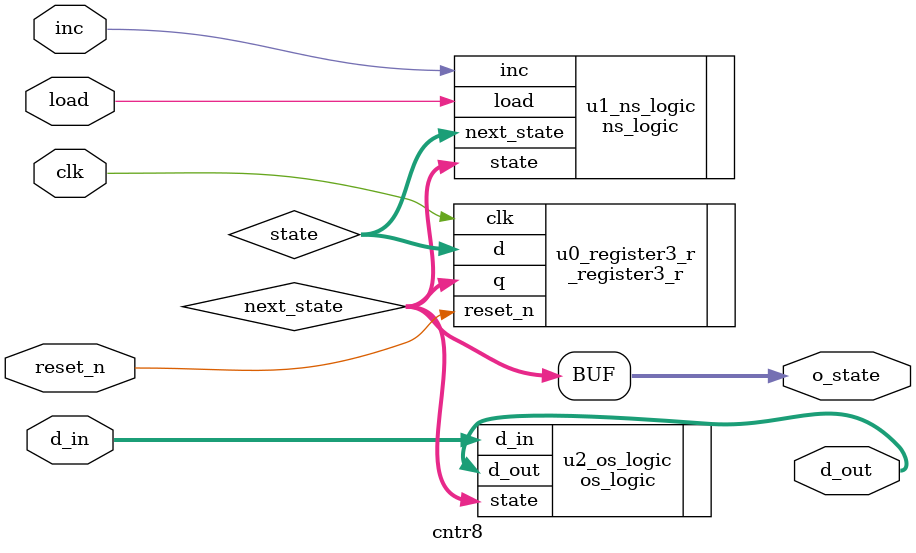
<source format=v>
module cntr8(clk, reset_n, inc, load, d_in, d_out, o_state);
	input clk, reset_n, inc, load;
	input [7:0] d_in;
	output [7:0] d_out;
	output [2:0] o_state;
	
	wire [2:0] next_state;
	wire [2:0] state;
	
	// display state
	assign o_state = next_state;
	
	// instances
	_register3_r u0_register3_r(.clk(clk), .reset_n(reset_n), .d(state), .q(next_state));
	ns_logic u1_ns_logic(.load(load), .inc(inc), .state(next_state), .next_state(state));
	os_logic u2_os_logic(.state(next_state), .d_in(d_in), .d_out(d_out));
endmodule

</source>
